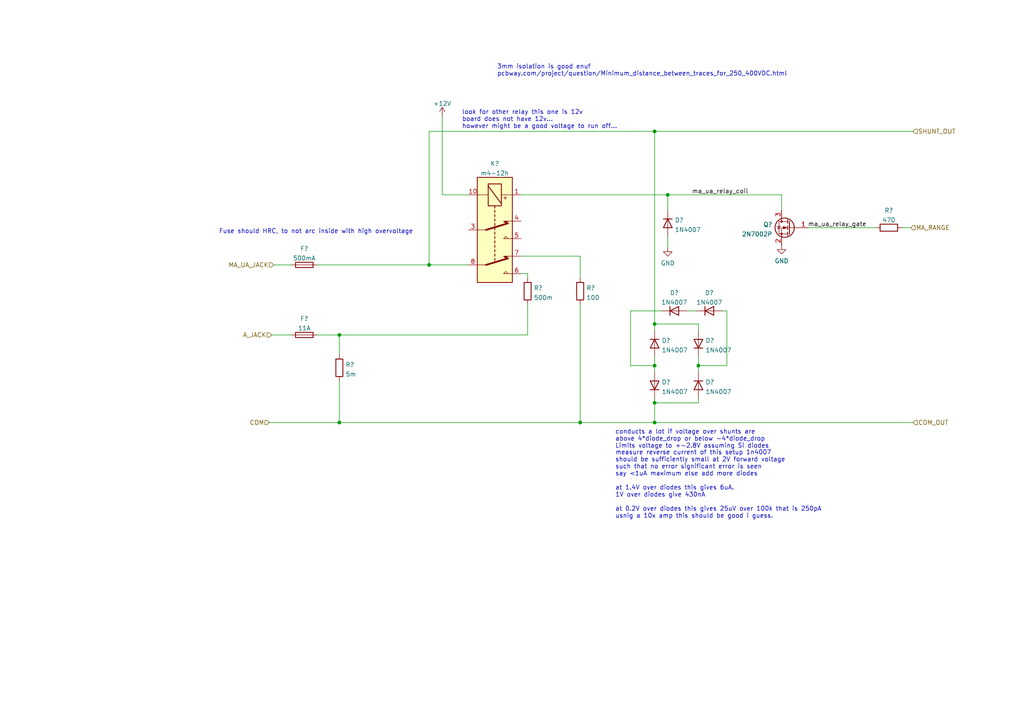
<source format=kicad_sch>
(kicad_sch (version 20211123) (generator eeschema)

  (uuid 3c592113-8348-40ba-92bc-39c52e9c67d1)

  (paper "A4")

  (lib_symbols
    (symbol "Device:D" (pin_numbers hide) (pin_names (offset 1.016) hide) (in_bom yes) (on_board yes)
      (property "Reference" "D" (id 0) (at 0 2.54 0)
        (effects (font (size 1.27 1.27)))
      )
      (property "Value" "D" (id 1) (at 0 -2.54 0)
        (effects (font (size 1.27 1.27)))
      )
      (property "Footprint" "" (id 2) (at 0 0 0)
        (effects (font (size 1.27 1.27)) hide)
      )
      (property "Datasheet" "~" (id 3) (at 0 0 0)
        (effects (font (size 1.27 1.27)) hide)
      )
      (property "ki_keywords" "diode" (id 4) (at 0 0 0)
        (effects (font (size 1.27 1.27)) hide)
      )
      (property "ki_description" "Diode" (id 5) (at 0 0 0)
        (effects (font (size 1.27 1.27)) hide)
      )
      (property "ki_fp_filters" "TO-???* *_Diode_* *SingleDiode* D_*" (id 6) (at 0 0 0)
        (effects (font (size 1.27 1.27)) hide)
      )
      (symbol "D_0_1"
        (polyline
          (pts
            (xy -1.27 1.27)
            (xy -1.27 -1.27)
          )
          (stroke (width 0.254) (type default) (color 0 0 0 0))
          (fill (type none))
        )
        (polyline
          (pts
            (xy 1.27 0)
            (xy -1.27 0)
          )
          (stroke (width 0) (type default) (color 0 0 0 0))
          (fill (type none))
        )
        (polyline
          (pts
            (xy 1.27 1.27)
            (xy 1.27 -1.27)
            (xy -1.27 0)
            (xy 1.27 1.27)
          )
          (stroke (width 0.254) (type default) (color 0 0 0 0))
          (fill (type none))
        )
      )
      (symbol "D_1_1"
        (pin passive line (at -3.81 0 0) (length 2.54)
          (name "K" (effects (font (size 1.27 1.27))))
          (number "1" (effects (font (size 1.27 1.27))))
        )
        (pin passive line (at 3.81 0 180) (length 2.54)
          (name "A" (effects (font (size 1.27 1.27))))
          (number "2" (effects (font (size 1.27 1.27))))
        )
      )
    )
    (symbol "Device:Fuse" (pin_numbers hide) (pin_names (offset 0)) (in_bom yes) (on_board yes)
      (property "Reference" "F" (id 0) (at 2.032 0 90)
        (effects (font (size 1.27 1.27)))
      )
      (property "Value" "Fuse" (id 1) (at -1.905 0 90)
        (effects (font (size 1.27 1.27)))
      )
      (property "Footprint" "" (id 2) (at -1.778 0 90)
        (effects (font (size 1.27 1.27)) hide)
      )
      (property "Datasheet" "~" (id 3) (at 0 0 0)
        (effects (font (size 1.27 1.27)) hide)
      )
      (property "ki_keywords" "fuse" (id 4) (at 0 0 0)
        (effects (font (size 1.27 1.27)) hide)
      )
      (property "ki_description" "Fuse" (id 5) (at 0 0 0)
        (effects (font (size 1.27 1.27)) hide)
      )
      (property "ki_fp_filters" "*Fuse*" (id 6) (at 0 0 0)
        (effects (font (size 1.27 1.27)) hide)
      )
      (symbol "Fuse_0_1"
        (rectangle (start -0.762 -2.54) (end 0.762 2.54)
          (stroke (width 0.254) (type default) (color 0 0 0 0))
          (fill (type none))
        )
        (polyline
          (pts
            (xy 0 2.54)
            (xy 0 -2.54)
          )
          (stroke (width 0) (type default) (color 0 0 0 0))
          (fill (type none))
        )
      )
      (symbol "Fuse_1_1"
        (pin passive line (at 0 3.81 270) (length 1.27)
          (name "~" (effects (font (size 1.27 1.27))))
          (number "1" (effects (font (size 1.27 1.27))))
        )
        (pin passive line (at 0 -3.81 90) (length 1.27)
          (name "~" (effects (font (size 1.27 1.27))))
          (number "2" (effects (font (size 1.27 1.27))))
        )
      )
    )
    (symbol "Device:Q_NMOS_GSD" (pin_names (offset 0) hide) (in_bom yes) (on_board yes)
      (property "Reference" "Q" (id 0) (at 5.08 1.27 0)
        (effects (font (size 1.27 1.27)) (justify left))
      )
      (property "Value" "Q_NMOS_GSD" (id 1) (at 5.08 -1.27 0)
        (effects (font (size 1.27 1.27)) (justify left))
      )
      (property "Footprint" "" (id 2) (at 5.08 2.54 0)
        (effects (font (size 1.27 1.27)) hide)
      )
      (property "Datasheet" "~" (id 3) (at 0 0 0)
        (effects (font (size 1.27 1.27)) hide)
      )
      (property "ki_keywords" "transistor NMOS N-MOS N-MOSFET" (id 4) (at 0 0 0)
        (effects (font (size 1.27 1.27)) hide)
      )
      (property "ki_description" "N-MOSFET transistor, gate/source/drain" (id 5) (at 0 0 0)
        (effects (font (size 1.27 1.27)) hide)
      )
      (symbol "Q_NMOS_GSD_0_1"
        (polyline
          (pts
            (xy 0.254 0)
            (xy -2.54 0)
          )
          (stroke (width 0) (type default) (color 0 0 0 0))
          (fill (type none))
        )
        (polyline
          (pts
            (xy 0.254 1.905)
            (xy 0.254 -1.905)
          )
          (stroke (width 0.254) (type default) (color 0 0 0 0))
          (fill (type none))
        )
        (polyline
          (pts
            (xy 0.762 -1.27)
            (xy 0.762 -2.286)
          )
          (stroke (width 0.254) (type default) (color 0 0 0 0))
          (fill (type none))
        )
        (polyline
          (pts
            (xy 0.762 0.508)
            (xy 0.762 -0.508)
          )
          (stroke (width 0.254) (type default) (color 0 0 0 0))
          (fill (type none))
        )
        (polyline
          (pts
            (xy 0.762 2.286)
            (xy 0.762 1.27)
          )
          (stroke (width 0.254) (type default) (color 0 0 0 0))
          (fill (type none))
        )
        (polyline
          (pts
            (xy 2.54 2.54)
            (xy 2.54 1.778)
          )
          (stroke (width 0) (type default) (color 0 0 0 0))
          (fill (type none))
        )
        (polyline
          (pts
            (xy 2.54 -2.54)
            (xy 2.54 0)
            (xy 0.762 0)
          )
          (stroke (width 0) (type default) (color 0 0 0 0))
          (fill (type none))
        )
        (polyline
          (pts
            (xy 0.762 -1.778)
            (xy 3.302 -1.778)
            (xy 3.302 1.778)
            (xy 0.762 1.778)
          )
          (stroke (width 0) (type default) (color 0 0 0 0))
          (fill (type none))
        )
        (polyline
          (pts
            (xy 1.016 0)
            (xy 2.032 0.381)
            (xy 2.032 -0.381)
            (xy 1.016 0)
          )
          (stroke (width 0) (type default) (color 0 0 0 0))
          (fill (type outline))
        )
        (polyline
          (pts
            (xy 2.794 0.508)
            (xy 2.921 0.381)
            (xy 3.683 0.381)
            (xy 3.81 0.254)
          )
          (stroke (width 0) (type default) (color 0 0 0 0))
          (fill (type none))
        )
        (polyline
          (pts
            (xy 3.302 0.381)
            (xy 2.921 -0.254)
            (xy 3.683 -0.254)
            (xy 3.302 0.381)
          )
          (stroke (width 0) (type default) (color 0 0 0 0))
          (fill (type none))
        )
        (circle (center 1.651 0) (radius 2.794)
          (stroke (width 0.254) (type default) (color 0 0 0 0))
          (fill (type none))
        )
        (circle (center 2.54 -1.778) (radius 0.254)
          (stroke (width 0) (type default) (color 0 0 0 0))
          (fill (type outline))
        )
        (circle (center 2.54 1.778) (radius 0.254)
          (stroke (width 0) (type default) (color 0 0 0 0))
          (fill (type outline))
        )
      )
      (symbol "Q_NMOS_GSD_1_1"
        (pin input line (at -5.08 0 0) (length 2.54)
          (name "G" (effects (font (size 1.27 1.27))))
          (number "1" (effects (font (size 1.27 1.27))))
        )
        (pin passive line (at 2.54 -5.08 90) (length 2.54)
          (name "S" (effects (font (size 1.27 1.27))))
          (number "2" (effects (font (size 1.27 1.27))))
        )
        (pin passive line (at 2.54 5.08 270) (length 2.54)
          (name "D" (effects (font (size 1.27 1.27))))
          (number "3" (effects (font (size 1.27 1.27))))
        )
      )
    )
    (symbol "Device:R" (pin_numbers hide) (pin_names (offset 0)) (in_bom yes) (on_board yes)
      (property "Reference" "R" (id 0) (at 2.032 0 90)
        (effects (font (size 1.27 1.27)))
      )
      (property "Value" "R" (id 1) (at 0 0 90)
        (effects (font (size 1.27 1.27)))
      )
      (property "Footprint" "" (id 2) (at -1.778 0 90)
        (effects (font (size 1.27 1.27)) hide)
      )
      (property "Datasheet" "~" (id 3) (at 0 0 0)
        (effects (font (size 1.27 1.27)) hide)
      )
      (property "ki_keywords" "R res resistor" (id 4) (at 0 0 0)
        (effects (font (size 1.27 1.27)) hide)
      )
      (property "ki_description" "Resistor" (id 5) (at 0 0 0)
        (effects (font (size 1.27 1.27)) hide)
      )
      (property "ki_fp_filters" "R_*" (id 6) (at 0 0 0)
        (effects (font (size 1.27 1.27)) hide)
      )
      (symbol "R_0_1"
        (rectangle (start -1.016 -2.54) (end 1.016 2.54)
          (stroke (width 0.254) (type default) (color 0 0 0 0))
          (fill (type none))
        )
      )
      (symbol "R_1_1"
        (pin passive line (at 0 3.81 270) (length 1.27)
          (name "~" (effects (font (size 1.27 1.27))))
          (number "1" (effects (font (size 1.27 1.27))))
        )
        (pin passive line (at 0 -3.81 90) (length 1.27)
          (name "~" (effects (font (size 1.27 1.27))))
          (number "2" (effects (font (size 1.27 1.27))))
        )
      )
    )
    (symbol "good_things:m4-12h" (in_bom yes) (on_board yes)
      (property "Reference" "K" (id 0) (at 16.51 3.81 0)
        (effects (font (size 1.27 1.27)) (justify left))
      )
      (property "Value" "m4-12h" (id 1) (at 16.51 1.27 0)
        (effects (font (size 1.27 1.27)) (justify left))
      )
      (property "Footprint" "Relay_THT:Relay_DPDT_FRT5" (id 2) (at 13.97 1.27 0)
        (effects (font (size 1.27 1.27)) hide)
      )
      (property "Datasheet" "" (id 3) (at 0 0 0)
        (effects (font (size 1.27 1.27)) hide)
      )
      (property "ki_fp_filters" "Relay*DPDT*FRT5*" (id 4) (at 0 0 0)
        (effects (font (size 1.27 1.27)) hide)
      )
      (symbol "m4-12h_0_0"
        (text "+" (at -9.271 2.921 0)
          (effects (font (size 1.27 1.27)))
        )
      )
      (symbol "m4-12h_0_1"
        (rectangle (start -15.24 5.08) (end 15.24 -5.08)
          (stroke (width 0.254) (type default) (color 0 0 0 0))
          (fill (type background))
        )
        (rectangle (start -13.335 1.905) (end -6.985 -1.905)
          (stroke (width 0.254) (type default) (color 0 0 0 0))
          (fill (type none))
        )
        (polyline
          (pts
            (xy -12.7 -1.905)
            (xy -7.62 1.905)
          )
          (stroke (width 0.254) (type default) (color 0 0 0 0))
          (fill (type none))
        )
        (polyline
          (pts
            (xy -10.16 -5.08)
            (xy -10.16 -1.905)
          )
          (stroke (width 0) (type default) (color 0 0 0 0))
          (fill (type none))
        )
        (polyline
          (pts
            (xy -10.16 5.08)
            (xy -10.16 1.905)
          )
          (stroke (width 0) (type default) (color 0 0 0 0))
          (fill (type none))
        )
        (polyline
          (pts
            (xy -6.985 0)
            (xy -6.35 0)
          )
          (stroke (width 0.254) (type default) (color 0 0 0 0))
          (fill (type none))
        )
        (polyline
          (pts
            (xy -5.715 0)
            (xy -5.08 0)
          )
          (stroke (width 0.254) (type default) (color 0 0 0 0))
          (fill (type none))
        )
        (polyline
          (pts
            (xy -4.445 0)
            (xy -3.81 0)
          )
          (stroke (width 0.254) (type default) (color 0 0 0 0))
          (fill (type none))
        )
        (polyline
          (pts
            (xy -3.175 0)
            (xy -2.54 0)
          )
          (stroke (width 0.254) (type default) (color 0 0 0 0))
          (fill (type none))
        )
        (polyline
          (pts
            (xy -1.905 0)
            (xy -1.27 0)
          )
          (stroke (width 0.254) (type default) (color 0 0 0 0))
          (fill (type none))
        )
        (polyline
          (pts
            (xy -0.635 0)
            (xy 0 0)
          )
          (stroke (width 0.254) (type default) (color 0 0 0 0))
          (fill (type none))
        )
        (polyline
          (pts
            (xy 0 -2.54)
            (xy -1.905 3.81)
          )
          (stroke (width 0.508) (type default) (color 0 0 0 0))
          (fill (type none))
        )
        (polyline
          (pts
            (xy 0 -2.54)
            (xy 0 -5.08)
          )
          (stroke (width 0) (type default) (color 0 0 0 0))
          (fill (type none))
        )
        (polyline
          (pts
            (xy 0.635 0)
            (xy 1.27 0)
          )
          (stroke (width 0.254) (type default) (color 0 0 0 0))
          (fill (type none))
        )
        (polyline
          (pts
            (xy 1.905 0)
            (xy 2.54 0)
          )
          (stroke (width 0.254) (type default) (color 0 0 0 0))
          (fill (type none))
        )
        (polyline
          (pts
            (xy 3.175 0)
            (xy 3.81 0)
          )
          (stroke (width 0.254) (type default) (color 0 0 0 0))
          (fill (type none))
        )
        (polyline
          (pts
            (xy 4.445 0)
            (xy 5.08 0)
          )
          (stroke (width 0.254) (type default) (color 0 0 0 0))
          (fill (type none))
        )
        (polyline
          (pts
            (xy 5.715 0)
            (xy 6.35 0)
          )
          (stroke (width 0.254) (type default) (color 0 0 0 0))
          (fill (type none))
        )
        (polyline
          (pts
            (xy 6.985 0)
            (xy 7.62 0)
          )
          (stroke (width 0.254) (type default) (color 0 0 0 0))
          (fill (type none))
        )
        (polyline
          (pts
            (xy 8.255 0)
            (xy 8.89 0)
          )
          (stroke (width 0.254) (type default) (color 0 0 0 0))
          (fill (type none))
        )
        (polyline
          (pts
            (xy 10.16 -2.54)
            (xy 8.255 3.81)
          )
          (stroke (width 0.508) (type default) (color 0 0 0 0))
          (fill (type none))
        )
        (polyline
          (pts
            (xy 10.16 -2.54)
            (xy 10.16 -5.08)
          )
          (stroke (width 0) (type default) (color 0 0 0 0))
          (fill (type none))
        )
        (polyline
          (pts
            (xy -2.54 5.08)
            (xy -2.54 2.54)
            (xy -1.905 3.175)
            (xy -2.54 3.81)
          )
          (stroke (width 0) (type default) (color 0 0 0 0))
          (fill (type outline))
        )
        (polyline
          (pts
            (xy 2.54 5.08)
            (xy 2.54 2.54)
            (xy 1.905 3.175)
            (xy 2.54 3.81)
          )
          (stroke (width 0) (type default) (color 0 0 0 0))
          (fill (type none))
        )
        (polyline
          (pts
            (xy 7.62 5.08)
            (xy 7.62 2.54)
            (xy 8.255 3.175)
            (xy 7.62 3.81)
          )
          (stroke (width 0) (type default) (color 0 0 0 0))
          (fill (type outline))
        )
        (polyline
          (pts
            (xy 12.7 5.08)
            (xy 12.7 2.54)
            (xy 12.065 3.175)
            (xy 12.7 3.81)
          )
          (stroke (width 0) (type default) (color 0 0 0 0))
          (fill (type none))
        )
      )
      (symbol "m4-12h_1_1"
        (pin passive line (at -10.16 7.62 270) (length 2.54)
          (name "~" (effects (font (size 1.27 1.27))))
          (number "1" (effects (font (size 1.27 1.27))))
        )
        (pin passive line (at -10.16 -7.62 90) (length 2.54)
          (name "~" (effects (font (size 1.27 1.27))))
          (number "10" (effects (font (size 1.27 1.27))))
        )
        (pin passive line (at 0 -7.62 90) (length 2.54)
          (name "~" (effects (font (size 1.27 1.27))))
          (number "3" (effects (font (size 1.27 1.27))))
        )
        (pin passive line (at -2.54 7.62 270) (length 2.54)
          (name "~" (effects (font (size 1.27 1.27))))
          (number "4" (effects (font (size 1.27 1.27))))
        )
        (pin passive line (at 2.54 7.62 270) (length 2.54)
          (name "~" (effects (font (size 1.27 1.27))))
          (number "5" (effects (font (size 1.27 1.27))))
        )
        (pin passive line (at 12.7 7.62 270) (length 2.54)
          (name "~" (effects (font (size 1.27 1.27))))
          (number "6" (effects (font (size 1.27 1.27))))
        )
        (pin passive line (at 7.62 7.62 270) (length 2.54)
          (name "~" (effects (font (size 1.27 1.27))))
          (number "7" (effects (font (size 1.27 1.27))))
        )
        (pin passive line (at 10.16 -7.62 90) (length 2.54)
          (name "~" (effects (font (size 1.27 1.27))))
          (number "8" (effects (font (size 1.27 1.27))))
        )
      )
    )
    (symbol "power:+12V" (power) (pin_names (offset 0)) (in_bom yes) (on_board yes)
      (property "Reference" "#PWR" (id 0) (at 0 -3.81 0)
        (effects (font (size 1.27 1.27)) hide)
      )
      (property "Value" "+12V" (id 1) (at 0 3.556 0)
        (effects (font (size 1.27 1.27)))
      )
      (property "Footprint" "" (id 2) (at 0 0 0)
        (effects (font (size 1.27 1.27)) hide)
      )
      (property "Datasheet" "" (id 3) (at 0 0 0)
        (effects (font (size 1.27 1.27)) hide)
      )
      (property "ki_keywords" "power-flag" (id 4) (at 0 0 0)
        (effects (font (size 1.27 1.27)) hide)
      )
      (property "ki_description" "Power symbol creates a global label with name \"+12V\"" (id 5) (at 0 0 0)
        (effects (font (size 1.27 1.27)) hide)
      )
      (symbol "+12V_0_1"
        (polyline
          (pts
            (xy -0.762 1.27)
            (xy 0 2.54)
          )
          (stroke (width 0) (type default) (color 0 0 0 0))
          (fill (type none))
        )
        (polyline
          (pts
            (xy 0 0)
            (xy 0 2.54)
          )
          (stroke (width 0) (type default) (color 0 0 0 0))
          (fill (type none))
        )
        (polyline
          (pts
            (xy 0 2.54)
            (xy 0.762 1.27)
          )
          (stroke (width 0) (type default) (color 0 0 0 0))
          (fill (type none))
        )
      )
      (symbol "+12V_1_1"
        (pin power_in line (at 0 0 90) (length 0) hide
          (name "+12V" (effects (font (size 1.27 1.27))))
          (number "1" (effects (font (size 1.27 1.27))))
        )
      )
    )
    (symbol "power:GND" (power) (pin_names (offset 0)) (in_bom yes) (on_board yes)
      (property "Reference" "#PWR" (id 0) (at 0 -6.35 0)
        (effects (font (size 1.27 1.27)) hide)
      )
      (property "Value" "GND" (id 1) (at 0 -3.81 0)
        (effects (font (size 1.27 1.27)))
      )
      (property "Footprint" "" (id 2) (at 0 0 0)
        (effects (font (size 1.27 1.27)) hide)
      )
      (property "Datasheet" "" (id 3) (at 0 0 0)
        (effects (font (size 1.27 1.27)) hide)
      )
      (property "ki_keywords" "power-flag" (id 4) (at 0 0 0)
        (effects (font (size 1.27 1.27)) hide)
      )
      (property "ki_description" "Power symbol creates a global label with name \"GND\" , ground" (id 5) (at 0 0 0)
        (effects (font (size 1.27 1.27)) hide)
      )
      (symbol "GND_0_1"
        (polyline
          (pts
            (xy 0 0)
            (xy 0 -1.27)
            (xy 1.27 -1.27)
            (xy 0 -2.54)
            (xy -1.27 -1.27)
            (xy 0 -1.27)
          )
          (stroke (width 0) (type default) (color 0 0 0 0))
          (fill (type none))
        )
      )
      (symbol "GND_1_1"
        (pin power_in line (at 0 0 270) (length 0) hide
          (name "GND" (effects (font (size 1.27 1.27))))
          (number "1" (effects (font (size 1.27 1.27))))
        )
      )
    )
  )

  (junction (at 189.865 116.84) (diameter 0) (color 0 0 0 0)
    (uuid 285f779b-7fb1-4cc3-8b29-1a1639b5d4d6)
  )
  (junction (at 98.425 122.555) (diameter 0) (color 0 0 0 0)
    (uuid 37fa9697-8fdf-496a-828f-4c707f51d94a)
  )
  (junction (at 124.46 76.835) (diameter 0) (color 0 0 0 0)
    (uuid 4e9a4f98-40f9-4cce-88c1-7acd99720def)
  )
  (junction (at 193.675 56.515) (diameter 0) (color 0 0 0 0)
    (uuid 76ef9862-f066-426f-93fb-56d1e12d571b)
  )
  (junction (at 189.865 106.045) (diameter 0) (color 0 0 0 0)
    (uuid a301507c-6d59-44e1-b051-f6b1439e7f4f)
  )
  (junction (at 189.865 122.555) (diameter 0) (color 0 0 0 0)
    (uuid b9a9a7a7-ff30-4b3e-a205-4b2543c46553)
  )
  (junction (at 168.275 122.555) (diameter 0) (color 0 0 0 0)
    (uuid caeb28fd-1edc-420b-8e71-dac6445ed66e)
  )
  (junction (at 98.425 97.155) (diameter 0) (color 0 0 0 0)
    (uuid d25eda73-d4b2-4bed-819d-64dfe4b8f0f7)
  )
  (junction (at 189.865 38.1) (diameter 0) (color 0 0 0 0)
    (uuid d988b454-395a-4644-b7ca-20e29c3b6ff4)
  )
  (junction (at 202.565 106.045) (diameter 0) (color 0 0 0 0)
    (uuid e7a200c5-27c7-42b6-b636-e9eec3d1d9c9)
  )
  (junction (at 189.865 93.98) (diameter 0) (color 0 0 0 0)
    (uuid f212e148-4332-424c-a1bd-4f11f4611b72)
  )

  (wire (pts (xy 202.565 106.045) (xy 210.82 106.045))
    (stroke (width 0) (type default) (color 0 0 0 0))
    (uuid 04938060-75bf-4ac7-b5f8-dd2128148af1)
  )
  (wire (pts (xy 226.695 56.515) (xy 226.695 60.96))
    (stroke (width 0) (type default) (color 0 0 0 0))
    (uuid 08b9c95a-9a4d-465e-8321-31d85c559428)
  )
  (wire (pts (xy 202.565 106.045) (xy 202.565 107.95))
    (stroke (width 0) (type default) (color 0 0 0 0))
    (uuid 10fc8694-20a2-4c3a-b50f-0b32068fdefa)
  )
  (wire (pts (xy 191.77 90.17) (xy 182.88 90.17))
    (stroke (width 0) (type default) (color 0 0 0 0))
    (uuid 231a3042-ec36-4c9a-bd14-ea32ea232394)
  )
  (wire (pts (xy 79.375 76.835) (xy 84.455 76.835))
    (stroke (width 0) (type default) (color 0 0 0 0))
    (uuid 25120843-f640-4c48-a2ce-2c051ba7f090)
  )
  (wire (pts (xy 124.46 38.1) (xy 189.865 38.1))
    (stroke (width 0) (type default) (color 0 0 0 0))
    (uuid 25b449a3-73dc-4ce4-8835-a707d4eaba28)
  )
  (wire (pts (xy 182.88 106.045) (xy 189.865 106.045))
    (stroke (width 0) (type default) (color 0 0 0 0))
    (uuid 28d0f10a-359d-4f19-8c44-2a4cdf7c33ad)
  )
  (wire (pts (xy 98.425 122.555) (xy 168.275 122.555))
    (stroke (width 0) (type default) (color 0 0 0 0))
    (uuid 2c7a80ec-012c-4b6b-8e9a-0e66011985fc)
  )
  (wire (pts (xy 124.46 76.835) (xy 135.89 76.835))
    (stroke (width 0) (type default) (color 0 0 0 0))
    (uuid 2ead31c8-b66e-4181-bd83-2a849c7b49ee)
  )
  (wire (pts (xy 151.13 56.515) (xy 193.675 56.515))
    (stroke (width 0) (type default) (color 0 0 0 0))
    (uuid 30580b2c-3264-46ce-8b48-3b91ce05cf1e)
  )
  (wire (pts (xy 210.82 90.17) (xy 209.55 90.17))
    (stroke (width 0) (type default) (color 0 0 0 0))
    (uuid 3059a68b-173a-4281-8467-f207998dc069)
  )
  (wire (pts (xy 92.075 97.155) (xy 98.425 97.155))
    (stroke (width 0) (type default) (color 0 0 0 0))
    (uuid 31b9917f-0415-4586-baa4-cd3712a9b998)
  )
  (wire (pts (xy 189.865 106.045) (xy 189.865 107.95))
    (stroke (width 0) (type default) (color 0 0 0 0))
    (uuid 3a9014ac-f089-4002-9ae4-2a0de5190232)
  )
  (wire (pts (xy 261.62 66.04) (xy 264.16 66.04))
    (stroke (width 0) (type default) (color 0 0 0 0))
    (uuid 3d885909-8a8f-49e3-8855-762c93282646)
  )
  (wire (pts (xy 168.275 88.265) (xy 168.275 122.555))
    (stroke (width 0) (type default) (color 0 0 0 0))
    (uuid 45c9b50d-781f-48f0-81ed-ba339c52664f)
  )
  (wire (pts (xy 98.425 97.155) (xy 153.035 97.155))
    (stroke (width 0) (type default) (color 0 0 0 0))
    (uuid 49a10b03-5af7-4c4e-9145-a266a9118f0d)
  )
  (wire (pts (xy 153.035 79.375) (xy 153.035 80.645))
    (stroke (width 0) (type default) (color 0 0 0 0))
    (uuid 52279bb2-b0f6-4a3e-9dcb-ae1ec087247a)
  )
  (wire (pts (xy 128.27 56.515) (xy 135.89 56.515))
    (stroke (width 0) (type default) (color 0 0 0 0))
    (uuid 588a6e56-59ca-445b-8890-79c58e019986)
  )
  (wire (pts (xy 189.865 38.1) (xy 189.865 93.98))
    (stroke (width 0) (type default) (color 0 0 0 0))
    (uuid 593e1690-80f5-42e9-91a6-50c04abd1d8a)
  )
  (wire (pts (xy 189.865 116.84) (xy 189.865 115.57))
    (stroke (width 0) (type default) (color 0 0 0 0))
    (uuid 62b3ce62-094a-4fe4-a904-bac0f8299ca6)
  )
  (wire (pts (xy 189.865 38.1) (xy 264.795 38.1))
    (stroke (width 0) (type default) (color 0 0 0 0))
    (uuid 63763429-f9a5-4592-83e9-edf5f67b56ed)
  )
  (wire (pts (xy 202.565 93.98) (xy 202.565 95.885))
    (stroke (width 0) (type default) (color 0 0 0 0))
    (uuid 6660413c-29c7-453c-b98f-fdaa6b0b82e5)
  )
  (wire (pts (xy 151.13 74.295) (xy 168.275 74.295))
    (stroke (width 0) (type default) (color 0 0 0 0))
    (uuid 6e347b9e-bfd1-4dbe-8f28-dfe665a4209b)
  )
  (wire (pts (xy 189.865 95.885) (xy 189.865 93.98))
    (stroke (width 0) (type default) (color 0 0 0 0))
    (uuid 766be819-4af8-499f-ae05-2b64a01c3f5e)
  )
  (wire (pts (xy 193.675 68.58) (xy 193.675 71.755))
    (stroke (width 0) (type default) (color 0 0 0 0))
    (uuid 816894fc-33bb-4a9c-8793-25dea2e84bb3)
  )
  (wire (pts (xy 98.425 97.155) (xy 98.425 102.87))
    (stroke (width 0) (type default) (color 0 0 0 0))
    (uuid 86432bae-56d1-419e-9333-fd549d737dd9)
  )
  (wire (pts (xy 189.865 103.505) (xy 189.865 106.045))
    (stroke (width 0) (type default) (color 0 0 0 0))
    (uuid 86532b1f-f5fd-474a-99db-36a14b2c8eac)
  )
  (wire (pts (xy 153.035 88.265) (xy 153.035 97.155))
    (stroke (width 0) (type default) (color 0 0 0 0))
    (uuid 8bbf459c-4a9d-4a46-b204-fc526fa96814)
  )
  (wire (pts (xy 202.565 103.505) (xy 202.565 106.045))
    (stroke (width 0) (type default) (color 0 0 0 0))
    (uuid 925c57e6-64e1-4af7-8740-918644735520)
  )
  (wire (pts (xy 202.565 116.84) (xy 189.865 116.84))
    (stroke (width 0) (type default) (color 0 0 0 0))
    (uuid 9822c94f-1be0-41aa-a1f7-c866b9eb8b5c)
  )
  (wire (pts (xy 189.865 116.84) (xy 189.865 122.555))
    (stroke (width 0) (type default) (color 0 0 0 0))
    (uuid 997183f2-1454-4c0c-870e-cb2ba25e7b7a)
  )
  (wire (pts (xy 189.865 122.555) (xy 264.795 122.555))
    (stroke (width 0) (type default) (color 0 0 0 0))
    (uuid 9f63f291-dc4d-4fc6-9d44-f8225dd80a23)
  )
  (wire (pts (xy 168.275 74.295) (xy 168.275 80.645))
    (stroke (width 0) (type default) (color 0 0 0 0))
    (uuid a624e5ee-54aa-49da-ad7d-f3449afff5e0)
  )
  (wire (pts (xy 202.565 115.57) (xy 202.565 116.84))
    (stroke (width 0) (type default) (color 0 0 0 0))
    (uuid abd9db2d-a2da-4746-9757-e220a62d9cd8)
  )
  (wire (pts (xy 234.315 66.04) (xy 254 66.04))
    (stroke (width 0) (type default) (color 0 0 0 0))
    (uuid ac281f1d-8be4-4d3a-b949-316419233d2e)
  )
  (wire (pts (xy 78.74 97.155) (xy 84.455 97.155))
    (stroke (width 0) (type default) (color 0 0 0 0))
    (uuid b2f8f44a-ceaf-4dc1-bf62-3459e9cc3fa8)
  )
  (wire (pts (xy 98.425 110.49) (xy 98.425 122.555))
    (stroke (width 0) (type default) (color 0 0 0 0))
    (uuid b69ed742-bc24-4848-ac8f-78a39f463611)
  )
  (wire (pts (xy 182.88 90.17) (xy 182.88 106.045))
    (stroke (width 0) (type default) (color 0 0 0 0))
    (uuid b723a8ad-ecab-42c5-b298-d2e58db1964b)
  )
  (wire (pts (xy 210.82 106.045) (xy 210.82 90.17))
    (stroke (width 0) (type default) (color 0 0 0 0))
    (uuid bf8ae7d1-f1db-4d99-b3db-c3e6525cf19c)
  )
  (wire (pts (xy 201.93 90.17) (xy 199.39 90.17))
    (stroke (width 0) (type default) (color 0 0 0 0))
    (uuid c62dcb8d-2034-4b5f-b094-590f31d3ba25)
  )
  (wire (pts (xy 92.075 76.835) (xy 124.46 76.835))
    (stroke (width 0) (type default) (color 0 0 0 0))
    (uuid cecf2fad-77d6-4358-bb81-5ca8e94faa05)
  )
  (wire (pts (xy 189.865 93.98) (xy 202.565 93.98))
    (stroke (width 0) (type default) (color 0 0 0 0))
    (uuid cee4a804-c035-4d87-8aee-aa92af4be628)
  )
  (wire (pts (xy 78.105 122.555) (xy 98.425 122.555))
    (stroke (width 0) (type default) (color 0 0 0 0))
    (uuid d5319ba3-0419-4c5f-a448-86b502147ec3)
  )
  (wire (pts (xy 151.13 79.375) (xy 153.035 79.375))
    (stroke (width 0) (type default) (color 0 0 0 0))
    (uuid dc012984-0d1f-490e-bbaf-6de8a943969f)
  )
  (wire (pts (xy 128.27 33.655) (xy 128.27 56.515))
    (stroke (width 0) (type default) (color 0 0 0 0))
    (uuid e2923b18-39dc-445d-bde1-53ca7650cd21)
  )
  (wire (pts (xy 193.675 56.515) (xy 193.675 60.96))
    (stroke (width 0) (type default) (color 0 0 0 0))
    (uuid e2c5fe2e-f7f6-4c5e-ac6d-2b8c2825de9a)
  )
  (wire (pts (xy 189.865 122.555) (xy 168.275 122.555))
    (stroke (width 0) (type default) (color 0 0 0 0))
    (uuid e6ee68c5-c468-486a-988f-917b528ddb7a)
  )
  (wire (pts (xy 193.675 56.515) (xy 226.695 56.515))
    (stroke (width 0) (type default) (color 0 0 0 0))
    (uuid ee9ebfb9-981b-4d64-a29c-e1cd7b80673c)
  )
  (wire (pts (xy 124.46 76.835) (xy 124.46 38.1))
    (stroke (width 0) (type default) (color 0 0 0 0))
    (uuid f7d12e67-86ef-4cef-9c07-881847d8a517)
  )

  (text "measure reverse current of this setup 1n4007\nshould be sufficiently small at 2V forward voltage\nsuch that no error significant error is seen \nsay <1uA maximum else add more diodes\n\nat 1.4V over diodes this gives 6uA. \n1V over diodes give 430nA\n\nat 0.2V over diodes this gives 25uV over 100k that is 250pA\nusnig a 10x amp this should be good i guess. "
    (at 178.435 150.495 0)
    (effects (font (size 1.27 1.27)) (justify left bottom))
    (uuid 1e7534a2-0882-4574-b99f-f16c7b0a9707)
  )
  (text "3mm isolation is good enuf\npcbway.com/project/question/Minimum_distance_between_traces_for_250_400VDC.html"
    (at 144.145 22.225 0)
    (effects (font (size 1.27 1.27)) (justify left bottom))
    (uuid 5d373810-403d-4ee5-80dd-3095c6cdf9ad)
  )
  (text "look for other relay this one is 12v\nboard does not have 12v...\nhowever might be a good voltage to run off..."
    (at 133.985 37.465 0)
    (effects (font (size 1.27 1.27)) (justify left bottom))
    (uuid 7e3af994-6679-4a4f-bebc-89f4d20f0751)
  )
  (text "conducts a lot if voltage over shunts are \nabove 4*diode_drop or below -4*diode_drop\nLimits voltage to +-2.8V assuming Si diodes\n"
    (at 178.435 130.175 0)
    (effects (font (size 1.27 1.27)) (justify left bottom))
    (uuid a171b55e-8cc6-40d8-a799-336a7da7ee3a)
  )
  (text "Fuse should HRC, to not arc inside with high overvoltage"
    (at 63.5 67.945 0)
    (effects (font (size 1.27 1.27)) (justify left bottom))
    (uuid f5115375-a7a3-42c9-8c2b-275c2c78d05d)
  )

  (label "ma_ua_relay_coil" (at 200.66 56.515 0)
    (effects (font (size 1.27 1.27)) (justify left bottom))
    (uuid a92df56b-43d1-41db-9deb-c39b461a6f6b)
  )
  (label "ma_ua_relay_gate" (at 234.315 66.04 0)
    (effects (font (size 1.27 1.27)) (justify left bottom))
    (uuid f489b100-1b70-4e83-99ee-a3bcab660c6f)
  )

  (hierarchical_label "MA_RANGE" (shape input) (at 264.16 66.04 0)
    (effects (font (size 1.27 1.27)) (justify left))
    (uuid 140dbc4a-9616-4318-bce0-6574bc51f590)
  )
  (hierarchical_label "COM_OUT" (shape input) (at 264.795 122.555 0)
    (effects (font (size 1.27 1.27)) (justify left))
    (uuid 80a383c7-dd58-4253-bfa6-dacde4f2f4d0)
  )
  (hierarchical_label "COM" (shape input) (at 78.105 122.555 180)
    (effects (font (size 1.27 1.27)) (justify right))
    (uuid 8ef3461b-009a-4f08-af42-d540a8781ba3)
  )
  (hierarchical_label "A_JACK" (shape input) (at 78.74 97.155 180)
    (effects (font (size 1.27 1.27)) (justify right))
    (uuid ca0c1a2b-c295-4b9a-91a4-c75e6053646a)
  )
  (hierarchical_label "SHUNT_OUT" (shape input) (at 264.795 38.1 0)
    (effects (font (size 1.27 1.27)) (justify left))
    (uuid d44bf891-6c36-49e9-963e-6022c46f32ff)
  )
  (hierarchical_label "MA_UA_JACK" (shape input) (at 79.375 76.835 180)
    (effects (font (size 1.27 1.27)) (justify right))
    (uuid f8d30da4-f611-4f9e-bbc1-1b7f2fafd46e)
  )

  (symbol (lib_id "power:GND") (at 226.695 71.12 0) (unit 1)
    (in_bom yes) (on_board yes) (fields_autoplaced)
    (uuid 073f409d-d7c7-4d87-a1d6-90a73bd442d4)
    (property "Reference" "#PWR?" (id 0) (at 226.695 77.47 0)
      (effects (font (size 1.27 1.27)) hide)
    )
    (property "Value" "GND" (id 1) (at 226.695 75.6825 0))
    (property "Footprint" "" (id 2) (at 226.695 71.12 0)
      (effects (font (size 1.27 1.27)) hide)
    )
    (property "Datasheet" "" (id 3) (at 226.695 71.12 0)
      (effects (font (size 1.27 1.27)) hide)
    )
    (pin "1" (uuid b43c4cec-e493-4bd0-a798-0b2204e288da))
  )

  (symbol (lib_id "Device:R") (at 168.275 84.455 0) (unit 1)
    (in_bom yes) (on_board yes) (fields_autoplaced)
    (uuid 0cb93cf1-d9a0-4640-bad0-8735e369582b)
    (property "Reference" "R?" (id 0) (at 170.053 83.5465 0)
      (effects (font (size 1.27 1.27)) (justify left))
    )
    (property "Value" "100" (id 1) (at 170.053 86.3216 0)
      (effects (font (size 1.27 1.27)) (justify left))
    )
    (property "Footprint" "" (id 2) (at 166.497 84.455 90)
      (effects (font (size 1.27 1.27)) hide)
    )
    (property "Datasheet" "~" (id 3) (at 168.275 84.455 0)
      (effects (font (size 1.27 1.27)) hide)
    )
    (pin "1" (uuid a947c981-c0cb-474a-a7ed-9ce83edd4a91))
    (pin "2" (uuid e81173bb-bf6c-4aac-8b93-8415e30df707))
  )

  (symbol (lib_id "Device:D") (at 189.865 111.76 90) (unit 1)
    (in_bom yes) (on_board yes) (fields_autoplaced)
    (uuid 115523a2-56df-44a3-a3a0-71f11368300e)
    (property "Reference" "D?" (id 0) (at 191.897 110.8515 90)
      (effects (font (size 1.27 1.27)) (justify right))
    )
    (property "Value" "1N4007" (id 1) (at 191.897 113.6266 90)
      (effects (font (size 1.27 1.27)) (justify right))
    )
    (property "Footprint" "Diode_THT:D_DO-41_SOD81_P7.62mm_Horizontal" (id 2) (at 189.865 111.76 0)
      (effects (font (size 1.27 1.27)) hide)
    )
    (property "Datasheet" "~" (id 3) (at 189.865 111.76 0)
      (effects (font (size 1.27 1.27)) hide)
    )
    (pin "1" (uuid 29269a35-37d2-463b-a860-0ad157d8b2dd))
    (pin "2" (uuid 2064d3d0-b497-4ac3-bb61-359f498a0ad8))
  )

  (symbol (lib_id "Device:D") (at 195.58 90.17 0) (unit 1)
    (in_bom yes) (on_board yes) (fields_autoplaced)
    (uuid 24fa128e-b9bf-4865-8068-d8f7f5245e9a)
    (property "Reference" "D?" (id 0) (at 195.58 84.9335 0))
    (property "Value" "1N4007" (id 1) (at 195.58 87.7086 0))
    (property "Footprint" "Diode_THT:D_DO-41_SOD81_P7.62mm_Horizontal" (id 2) (at 195.58 90.17 0)
      (effects (font (size 1.27 1.27)) hide)
    )
    (property "Datasheet" "~" (id 3) (at 195.58 90.17 0)
      (effects (font (size 1.27 1.27)) hide)
    )
    (pin "1" (uuid 42a2b2c3-5ebb-49d9-aedb-3a59eff4693b))
    (pin "2" (uuid 71c001eb-8d0e-43ac-8ecd-70f2339bde42))
  )

  (symbol (lib_id "power:+12V") (at 128.27 33.655 0) (unit 1)
    (in_bom yes) (on_board yes) (fields_autoplaced)
    (uuid 291f4d62-5f6c-4fca-909e-5b422b0ecbeb)
    (property "Reference" "#PWR?" (id 0) (at 128.27 37.465 0)
      (effects (font (size 1.27 1.27)) hide)
    )
    (property "Value" "+12V" (id 1) (at 128.27 30.0505 0))
    (property "Footprint" "" (id 2) (at 128.27 33.655 0)
      (effects (font (size 1.27 1.27)) hide)
    )
    (property "Datasheet" "" (id 3) (at 128.27 33.655 0)
      (effects (font (size 1.27 1.27)) hide)
    )
    (pin "1" (uuid 4a02c242-a9f1-4192-a8d7-47a9769c4b28))
  )

  (symbol (lib_id "Device:R") (at 98.425 106.68 0) (unit 1)
    (in_bom yes) (on_board yes) (fields_autoplaced)
    (uuid 42954bab-b474-4f4a-b30b-7fb821b94e98)
    (property "Reference" "R?" (id 0) (at 100.203 105.7715 0)
      (effects (font (size 1.27 1.27)) (justify left))
    )
    (property "Value" "5m" (id 1) (at 100.203 108.5466 0)
      (effects (font (size 1.27 1.27)) (justify left))
    )
    (property "Footprint" "" (id 2) (at 96.647 106.68 90)
      (effects (font (size 1.27 1.27)) hide)
    )
    (property "Datasheet" "~" (id 3) (at 98.425 106.68 0)
      (effects (font (size 1.27 1.27)) hide)
    )
    (pin "1" (uuid 2c3c6aff-f8ff-4411-af2d-25722238f356))
    (pin "2" (uuid 568219da-2b48-458a-bc35-8aa3514483b6))
  )

  (symbol (lib_id "Device:R") (at 257.81 66.04 90) (unit 1)
    (in_bom yes) (on_board yes) (fields_autoplaced)
    (uuid 524814fb-1005-4f0d-8048-9e200d36850f)
    (property "Reference" "R?" (id 0) (at 257.81 61.0575 90))
    (property "Value" "470" (id 1) (at 257.81 63.8326 90))
    (property "Footprint" "" (id 2) (at 257.81 67.818 90)
      (effects (font (size 1.27 1.27)) hide)
    )
    (property "Datasheet" "~" (id 3) (at 257.81 66.04 0)
      (effects (font (size 1.27 1.27)) hide)
    )
    (pin "1" (uuid 3fd645b5-5f7b-4a1f-9815-28b13c47e60a))
    (pin "2" (uuid b73f9858-ea03-414c-aa47-c0aa7c272882))
  )

  (symbol (lib_id "Device:Fuse") (at 88.265 97.155 90) (unit 1)
    (in_bom yes) (on_board yes) (fields_autoplaced)
    (uuid 5b5f9c09-0f18-4036-b38a-9ccccf4f0db5)
    (property "Reference" "F?" (id 0) (at 88.265 92.4265 90))
    (property "Value" "11A" (id 1) (at 88.265 95.2016 90))
    (property "Footprint" "" (id 2) (at 88.265 98.933 90)
      (effects (font (size 1.27 1.27)) hide)
    )
    (property "Datasheet" "~" (id 3) (at 88.265 97.155 0)
      (effects (font (size 1.27 1.27)) hide)
    )
    (pin "1" (uuid c2d185eb-d885-46c0-bcf4-c4685fe24adf))
    (pin "2" (uuid 5cc04aae-153f-46c2-9ada-74b847d93476))
  )

  (symbol (lib_id "Device:R") (at 153.035 84.455 0) (unit 1)
    (in_bom yes) (on_board yes) (fields_autoplaced)
    (uuid 9812e5a4-30d5-4d30-818d-c12313788f04)
    (property "Reference" "R?" (id 0) (at 154.813 83.5465 0)
      (effects (font (size 1.27 1.27)) (justify left))
    )
    (property "Value" "500m" (id 1) (at 154.813 86.3216 0)
      (effects (font (size 1.27 1.27)) (justify left))
    )
    (property "Footprint" "" (id 2) (at 151.257 84.455 90)
      (effects (font (size 1.27 1.27)) hide)
    )
    (property "Datasheet" "~" (id 3) (at 153.035 84.455 0)
      (effects (font (size 1.27 1.27)) hide)
    )
    (pin "1" (uuid a5df23e7-917e-42ae-985b-d285e9fdbd8d))
    (pin "2" (uuid ab471558-5de9-4b10-a6bf-6f6aba8c57e8))
  )

  (symbol (lib_id "Device:Fuse") (at 88.265 76.835 90) (unit 1)
    (in_bom yes) (on_board yes) (fields_autoplaced)
    (uuid 985450ee-328f-4e1c-a63a-a67eac831441)
    (property "Reference" "F?" (id 0) (at 88.265 72.1065 90))
    (property "Value" "500mA" (id 1) (at 88.265 74.8816 90))
    (property "Footprint" "" (id 2) (at 88.265 78.613 90)
      (effects (font (size 1.27 1.27)) hide)
    )
    (property "Datasheet" "~" (id 3) (at 88.265 76.835 0)
      (effects (font (size 1.27 1.27)) hide)
    )
    (pin "1" (uuid 48d968ef-5710-40a6-9731-229f53eb4bd6))
    (pin "2" (uuid b23270dc-9824-4463-aa16-6a32e8594868))
  )

  (symbol (lib_id "Device:D") (at 205.74 90.17 0) (unit 1)
    (in_bom yes) (on_board yes) (fields_autoplaced)
    (uuid ae1a8f6c-c371-408b-9540-694fba202c23)
    (property "Reference" "D?" (id 0) (at 205.74 84.9335 0))
    (property "Value" "1N4007" (id 1) (at 205.74 87.7086 0))
    (property "Footprint" "Diode_THT:D_DO-41_SOD81_P7.62mm_Horizontal" (id 2) (at 205.74 90.17 0)
      (effects (font (size 1.27 1.27)) hide)
    )
    (property "Datasheet" "~" (id 3) (at 205.74 90.17 0)
      (effects (font (size 1.27 1.27)) hide)
    )
    (pin "1" (uuid 78b26d96-7bba-4c47-a51e-ba729b222569))
    (pin "2" (uuid d10f654c-4adf-40ad-be00-a3a323fc8342))
  )

  (symbol (lib_id "power:GND") (at 193.675 71.755 0) (unit 1)
    (in_bom yes) (on_board yes) (fields_autoplaced)
    (uuid bc34282a-473a-443a-83b4-6cbe10437480)
    (property "Reference" "#PWR?" (id 0) (at 193.675 78.105 0)
      (effects (font (size 1.27 1.27)) hide)
    )
    (property "Value" "GND" (id 1) (at 193.675 76.3175 0))
    (property "Footprint" "" (id 2) (at 193.675 71.755 0)
      (effects (font (size 1.27 1.27)) hide)
    )
    (property "Datasheet" "" (id 3) (at 193.675 71.755 0)
      (effects (font (size 1.27 1.27)) hide)
    )
    (pin "1" (uuid 5d8fcfa2-4966-4bf3-970f-25575d0445f8))
  )

  (symbol (lib_id "Device:D") (at 202.565 99.695 90) (unit 1)
    (in_bom yes) (on_board yes) (fields_autoplaced)
    (uuid c332dfcf-caee-4089-a824-667fc52027a9)
    (property "Reference" "D?" (id 0) (at 204.597 98.7865 90)
      (effects (font (size 1.27 1.27)) (justify right))
    )
    (property "Value" "1N4007" (id 1) (at 204.597 101.5616 90)
      (effects (font (size 1.27 1.27)) (justify right))
    )
    (property "Footprint" "Diode_THT:D_DO-41_SOD81_P7.62mm_Horizontal" (id 2) (at 202.565 99.695 0)
      (effects (font (size 1.27 1.27)) hide)
    )
    (property "Datasheet" "~" (id 3) (at 202.565 99.695 0)
      (effects (font (size 1.27 1.27)) hide)
    )
    (pin "1" (uuid e068313d-27b8-4e39-b643-d203dc5aa6cf))
    (pin "2" (uuid eb5683ef-a1e1-4832-95b6-0d3dda1fd3df))
  )

  (symbol (lib_id "Device:Q_NMOS_GSD") (at 229.235 66.04 0) (mirror y) (unit 1)
    (in_bom yes) (on_board yes) (fields_autoplaced)
    (uuid c5c85153-3398-490c-b7c8-bed16b821777)
    (property "Reference" "Q?" (id 0) (at 224.0281 65.1315 0)
      (effects (font (size 1.27 1.27)) (justify left))
    )
    (property "Value" "2N7002P" (id 1) (at 224.0281 67.9066 0)
      (effects (font (size 1.27 1.27)) (justify left))
    )
    (property "Footprint" "Package_TO_SOT_SMD:SOT-23_Handsoldering" (id 2) (at 224.155 63.5 0)
      (effects (font (size 1.27 1.27)) hide)
    )
    (property "Datasheet" "~" (id 3) (at 229.235 66.04 0)
      (effects (font (size 1.27 1.27)) hide)
    )
    (pin "1" (uuid 976f4302-5074-499f-ac85-0d1669ec0f42))
    (pin "2" (uuid 83bc7001-9bf6-4807-a1b8-87963d3c11fb))
    (pin "3" (uuid 1c9f0695-a878-482e-84fd-2a76161d8057))
  )

  (symbol (lib_id "Device:D") (at 202.565 111.76 270) (unit 1)
    (in_bom yes) (on_board yes) (fields_autoplaced)
    (uuid ccf236f9-680c-4de7-98ad-126d0de7f394)
    (property "Reference" "D?" (id 0) (at 204.597 110.8515 90)
      (effects (font (size 1.27 1.27)) (justify left))
    )
    (property "Value" "1N4007" (id 1) (at 204.597 113.6266 90)
      (effects (font (size 1.27 1.27)) (justify left))
    )
    (property "Footprint" "Diode_THT:D_DO-41_SOD81_P7.62mm_Horizontal" (id 2) (at 202.565 111.76 0)
      (effects (font (size 1.27 1.27)) hide)
    )
    (property "Datasheet" "~" (id 3) (at 202.565 111.76 0)
      (effects (font (size 1.27 1.27)) hide)
    )
    (pin "1" (uuid faa8e927-856b-48ae-9c6e-41b2c44876d9))
    (pin "2" (uuid 4007ecd2-1fda-4708-aab3-6dc6d96af719))
  )

  (symbol (lib_id "Device:D") (at 189.865 99.695 270) (unit 1)
    (in_bom yes) (on_board yes) (fields_autoplaced)
    (uuid cda3f5a8-cfb2-4598-a089-8573d2b5532f)
    (property "Reference" "D?" (id 0) (at 191.897 98.7865 90)
      (effects (font (size 1.27 1.27)) (justify left))
    )
    (property "Value" "1N4007" (id 1) (at 191.897 101.5616 90)
      (effects (font (size 1.27 1.27)) (justify left))
    )
    (property "Footprint" "Diode_THT:D_DO-41_SOD81_P7.62mm_Horizontal" (id 2) (at 189.865 99.695 0)
      (effects (font (size 1.27 1.27)) hide)
    )
    (property "Datasheet" "~" (id 3) (at 189.865 99.695 0)
      (effects (font (size 1.27 1.27)) hide)
    )
    (pin "1" (uuid d6d50809-b560-41fb-a6fa-15a49a1729e1))
    (pin "2" (uuid 766b0fda-128f-4e3b-945a-bfe764c9edb0))
  )

  (symbol (lib_id "Device:D") (at 193.675 64.77 270) (unit 1)
    (in_bom yes) (on_board yes) (fields_autoplaced)
    (uuid d3f5280d-f166-4963-99bb-84a4dd00a058)
    (property "Reference" "D?" (id 0) (at 195.707 63.8615 90)
      (effects (font (size 1.27 1.27)) (justify left))
    )
    (property "Value" "1N4007" (id 1) (at 195.707 66.6366 90)
      (effects (font (size 1.27 1.27)) (justify left))
    )
    (property "Footprint" "Diode_THT:D_DO-41_SOD81_P7.62mm_Horizontal" (id 2) (at 193.675 64.77 0)
      (effects (font (size 1.27 1.27)) hide)
    )
    (property "Datasheet" "~" (id 3) (at 193.675 64.77 0)
      (effects (font (size 1.27 1.27)) hide)
    )
    (pin "1" (uuid 89b7bf6d-efbd-4a1f-84a5-f203080acfbe))
    (pin "2" (uuid 25e54548-d5f7-4a98-bd71-6efa05cbe1cc))
  )

  (symbol (lib_id "good_things:m4-12h") (at 143.51 66.675 270) (unit 1)
    (in_bom yes) (on_board yes) (fields_autoplaced)
    (uuid ebd77105-7a9c-4812-905d-83acf34a02bc)
    (property "Reference" "K?" (id 0) (at 143.51 47.4685 90))
    (property "Value" "m4-12h" (id 1) (at 143.51 50.2436 90))
    (property "Footprint" "Relay_THT:Relay_DPDT_FRT5" (id 2) (at 144.78 80.645 0)
      (effects (font (size 1.27 1.27)) hide)
    )
    (property "Datasheet" "" (id 3) (at 143.51 66.675 0)
      (effects (font (size 1.27 1.27)) hide)
    )
    (pin "1" (uuid 708a1b8c-3029-4cf7-b552-04aa2eb2543b))
    (pin "10" (uuid 78f5189d-ecd0-4a22-97d1-fea1c4584ef3))
    (pin "3" (uuid 4984c871-a8c2-4895-811b-f908e15478a7))
    (pin "4" (uuid addf43d5-1574-4d29-9496-230f8e6eed1e))
    (pin "5" (uuid e72be8ad-38ea-408a-8958-71bbabc84125))
    (pin "6" (uuid e8018614-118b-4aca-bcc3-5103a7192bb9))
    (pin "7" (uuid 36941b98-f951-4f61-bc1e-17c4da933fc2))
    (pin "8" (uuid 42707efe-53da-404d-bbcd-10a2cb955d41))
  )
)

</source>
